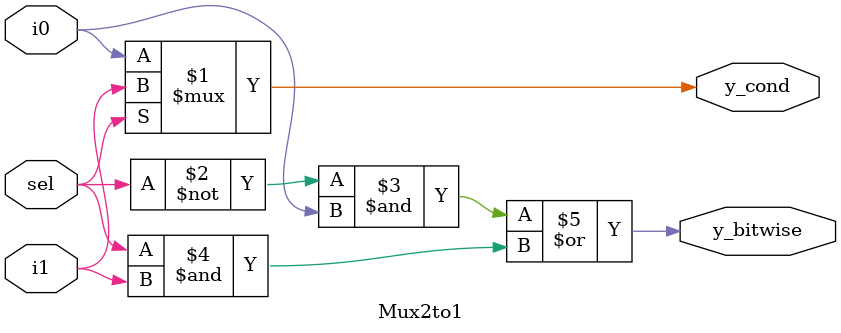
<source format=v>
module Mux2to1(
  input i0,i1,sel,
  output y_cond,y_bitwise);

  assign y_cond= sel ? i1 : i0;           //using conditional operator
  assign y_bitwise= (~sel&i0)|(sel&i1);   // using bitwise operator

endmodule

</source>
